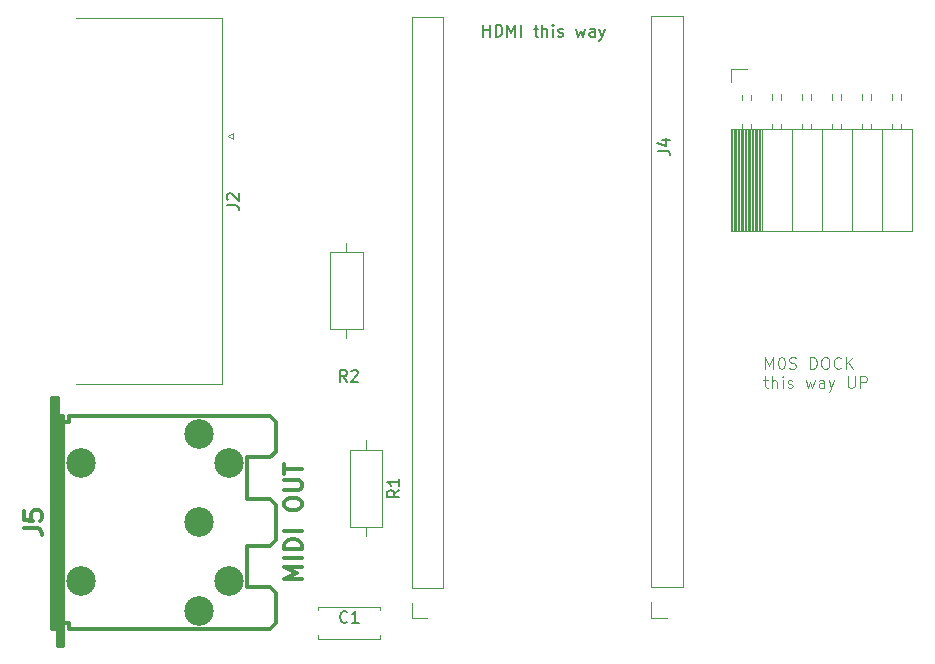
<source format=gbr>
%TF.GenerationSoftware,KiCad,Pcbnew,9.0.2*%
%TF.CreationDate,2025-12-11T17:12:11+00:00*%
%TF.ProjectId,nanoshield,6e616e6f-7368-4696-956c-642e6b696361,rev?*%
%TF.SameCoordinates,Original*%
%TF.FileFunction,Legend,Top*%
%TF.FilePolarity,Positive*%
%FSLAX46Y46*%
G04 Gerber Fmt 4.6, Leading zero omitted, Abs format (unit mm)*
G04 Created by KiCad (PCBNEW 9.0.2) date 2025-12-11 17:12:11*
%MOMM*%
%LPD*%
G01*
G04 APERTURE LIST*
%ADD10C,0.100000*%
%ADD11C,0.150000*%
%ADD12C,0.304800*%
%ADD13C,0.120000*%
%ADD14C,2.499360*%
G04 APERTURE END LIST*
D10*
X151153884Y-61462475D02*
X151153884Y-60462475D01*
X151153884Y-60462475D02*
X151487217Y-61176760D01*
X151487217Y-61176760D02*
X151820550Y-60462475D01*
X151820550Y-60462475D02*
X151820550Y-61462475D01*
X152487217Y-60462475D02*
X152582455Y-60462475D01*
X152582455Y-60462475D02*
X152677693Y-60510094D01*
X152677693Y-60510094D02*
X152725312Y-60557713D01*
X152725312Y-60557713D02*
X152772931Y-60652951D01*
X152772931Y-60652951D02*
X152820550Y-60843427D01*
X152820550Y-60843427D02*
X152820550Y-61081522D01*
X152820550Y-61081522D02*
X152772931Y-61271998D01*
X152772931Y-61271998D02*
X152725312Y-61367236D01*
X152725312Y-61367236D02*
X152677693Y-61414856D01*
X152677693Y-61414856D02*
X152582455Y-61462475D01*
X152582455Y-61462475D02*
X152487217Y-61462475D01*
X152487217Y-61462475D02*
X152391979Y-61414856D01*
X152391979Y-61414856D02*
X152344360Y-61367236D01*
X152344360Y-61367236D02*
X152296741Y-61271998D01*
X152296741Y-61271998D02*
X152249122Y-61081522D01*
X152249122Y-61081522D02*
X152249122Y-60843427D01*
X152249122Y-60843427D02*
X152296741Y-60652951D01*
X152296741Y-60652951D02*
X152344360Y-60557713D01*
X152344360Y-60557713D02*
X152391979Y-60510094D01*
X152391979Y-60510094D02*
X152487217Y-60462475D01*
X153201503Y-61414856D02*
X153344360Y-61462475D01*
X153344360Y-61462475D02*
X153582455Y-61462475D01*
X153582455Y-61462475D02*
X153677693Y-61414856D01*
X153677693Y-61414856D02*
X153725312Y-61367236D01*
X153725312Y-61367236D02*
X153772931Y-61271998D01*
X153772931Y-61271998D02*
X153772931Y-61176760D01*
X153772931Y-61176760D02*
X153725312Y-61081522D01*
X153725312Y-61081522D02*
X153677693Y-61033903D01*
X153677693Y-61033903D02*
X153582455Y-60986284D01*
X153582455Y-60986284D02*
X153391979Y-60938665D01*
X153391979Y-60938665D02*
X153296741Y-60891046D01*
X153296741Y-60891046D02*
X153249122Y-60843427D01*
X153249122Y-60843427D02*
X153201503Y-60748189D01*
X153201503Y-60748189D02*
X153201503Y-60652951D01*
X153201503Y-60652951D02*
X153249122Y-60557713D01*
X153249122Y-60557713D02*
X153296741Y-60510094D01*
X153296741Y-60510094D02*
X153391979Y-60462475D01*
X153391979Y-60462475D02*
X153630074Y-60462475D01*
X153630074Y-60462475D02*
X153772931Y-60510094D01*
X154963408Y-61462475D02*
X154963408Y-60462475D01*
X154963408Y-60462475D02*
X155201503Y-60462475D01*
X155201503Y-60462475D02*
X155344360Y-60510094D01*
X155344360Y-60510094D02*
X155439598Y-60605332D01*
X155439598Y-60605332D02*
X155487217Y-60700570D01*
X155487217Y-60700570D02*
X155534836Y-60891046D01*
X155534836Y-60891046D02*
X155534836Y-61033903D01*
X155534836Y-61033903D02*
X155487217Y-61224379D01*
X155487217Y-61224379D02*
X155439598Y-61319617D01*
X155439598Y-61319617D02*
X155344360Y-61414856D01*
X155344360Y-61414856D02*
X155201503Y-61462475D01*
X155201503Y-61462475D02*
X154963408Y-61462475D01*
X156153884Y-60462475D02*
X156344360Y-60462475D01*
X156344360Y-60462475D02*
X156439598Y-60510094D01*
X156439598Y-60510094D02*
X156534836Y-60605332D01*
X156534836Y-60605332D02*
X156582455Y-60795808D01*
X156582455Y-60795808D02*
X156582455Y-61129141D01*
X156582455Y-61129141D02*
X156534836Y-61319617D01*
X156534836Y-61319617D02*
X156439598Y-61414856D01*
X156439598Y-61414856D02*
X156344360Y-61462475D01*
X156344360Y-61462475D02*
X156153884Y-61462475D01*
X156153884Y-61462475D02*
X156058646Y-61414856D01*
X156058646Y-61414856D02*
X155963408Y-61319617D01*
X155963408Y-61319617D02*
X155915789Y-61129141D01*
X155915789Y-61129141D02*
X155915789Y-60795808D01*
X155915789Y-60795808D02*
X155963408Y-60605332D01*
X155963408Y-60605332D02*
X156058646Y-60510094D01*
X156058646Y-60510094D02*
X156153884Y-60462475D01*
X157582455Y-61367236D02*
X157534836Y-61414856D01*
X157534836Y-61414856D02*
X157391979Y-61462475D01*
X157391979Y-61462475D02*
X157296741Y-61462475D01*
X157296741Y-61462475D02*
X157153884Y-61414856D01*
X157153884Y-61414856D02*
X157058646Y-61319617D01*
X157058646Y-61319617D02*
X157011027Y-61224379D01*
X157011027Y-61224379D02*
X156963408Y-61033903D01*
X156963408Y-61033903D02*
X156963408Y-60891046D01*
X156963408Y-60891046D02*
X157011027Y-60700570D01*
X157011027Y-60700570D02*
X157058646Y-60605332D01*
X157058646Y-60605332D02*
X157153884Y-60510094D01*
X157153884Y-60510094D02*
X157296741Y-60462475D01*
X157296741Y-60462475D02*
X157391979Y-60462475D01*
X157391979Y-60462475D02*
X157534836Y-60510094D01*
X157534836Y-60510094D02*
X157582455Y-60557713D01*
X158011027Y-61462475D02*
X158011027Y-60462475D01*
X158582455Y-61462475D02*
X158153884Y-60891046D01*
X158582455Y-60462475D02*
X158011027Y-61033903D01*
X151011027Y-62405752D02*
X151391979Y-62405752D01*
X151153884Y-62072419D02*
X151153884Y-62929561D01*
X151153884Y-62929561D02*
X151201503Y-63024800D01*
X151201503Y-63024800D02*
X151296741Y-63072419D01*
X151296741Y-63072419D02*
X151391979Y-63072419D01*
X151725313Y-63072419D02*
X151725313Y-62072419D01*
X152153884Y-63072419D02*
X152153884Y-62548609D01*
X152153884Y-62548609D02*
X152106265Y-62453371D01*
X152106265Y-62453371D02*
X152011027Y-62405752D01*
X152011027Y-62405752D02*
X151868170Y-62405752D01*
X151868170Y-62405752D02*
X151772932Y-62453371D01*
X151772932Y-62453371D02*
X151725313Y-62500990D01*
X152630075Y-63072419D02*
X152630075Y-62405752D01*
X152630075Y-62072419D02*
X152582456Y-62120038D01*
X152582456Y-62120038D02*
X152630075Y-62167657D01*
X152630075Y-62167657D02*
X152677694Y-62120038D01*
X152677694Y-62120038D02*
X152630075Y-62072419D01*
X152630075Y-62072419D02*
X152630075Y-62167657D01*
X153058646Y-63024800D02*
X153153884Y-63072419D01*
X153153884Y-63072419D02*
X153344360Y-63072419D01*
X153344360Y-63072419D02*
X153439598Y-63024800D01*
X153439598Y-63024800D02*
X153487217Y-62929561D01*
X153487217Y-62929561D02*
X153487217Y-62881942D01*
X153487217Y-62881942D02*
X153439598Y-62786704D01*
X153439598Y-62786704D02*
X153344360Y-62739085D01*
X153344360Y-62739085D02*
X153201503Y-62739085D01*
X153201503Y-62739085D02*
X153106265Y-62691466D01*
X153106265Y-62691466D02*
X153058646Y-62596228D01*
X153058646Y-62596228D02*
X153058646Y-62548609D01*
X153058646Y-62548609D02*
X153106265Y-62453371D01*
X153106265Y-62453371D02*
X153201503Y-62405752D01*
X153201503Y-62405752D02*
X153344360Y-62405752D01*
X153344360Y-62405752D02*
X153439598Y-62453371D01*
X154582456Y-62405752D02*
X154772932Y-63072419D01*
X154772932Y-63072419D02*
X154963408Y-62596228D01*
X154963408Y-62596228D02*
X155153884Y-63072419D01*
X155153884Y-63072419D02*
X155344360Y-62405752D01*
X156153884Y-63072419D02*
X156153884Y-62548609D01*
X156153884Y-62548609D02*
X156106265Y-62453371D01*
X156106265Y-62453371D02*
X156011027Y-62405752D01*
X156011027Y-62405752D02*
X155820551Y-62405752D01*
X155820551Y-62405752D02*
X155725313Y-62453371D01*
X156153884Y-63024800D02*
X156058646Y-63072419D01*
X156058646Y-63072419D02*
X155820551Y-63072419D01*
X155820551Y-63072419D02*
X155725313Y-63024800D01*
X155725313Y-63024800D02*
X155677694Y-62929561D01*
X155677694Y-62929561D02*
X155677694Y-62834323D01*
X155677694Y-62834323D02*
X155725313Y-62739085D01*
X155725313Y-62739085D02*
X155820551Y-62691466D01*
X155820551Y-62691466D02*
X156058646Y-62691466D01*
X156058646Y-62691466D02*
X156153884Y-62643847D01*
X156534837Y-62405752D02*
X156772932Y-63072419D01*
X157011027Y-62405752D02*
X156772932Y-63072419D01*
X156772932Y-63072419D02*
X156677694Y-63310514D01*
X156677694Y-63310514D02*
X156630075Y-63358133D01*
X156630075Y-63358133D02*
X156534837Y-63405752D01*
X158153885Y-62072419D02*
X158153885Y-62881942D01*
X158153885Y-62881942D02*
X158201504Y-62977180D01*
X158201504Y-62977180D02*
X158249123Y-63024800D01*
X158249123Y-63024800D02*
X158344361Y-63072419D01*
X158344361Y-63072419D02*
X158534837Y-63072419D01*
X158534837Y-63072419D02*
X158630075Y-63024800D01*
X158630075Y-63024800D02*
X158677694Y-62977180D01*
X158677694Y-62977180D02*
X158725313Y-62881942D01*
X158725313Y-62881942D02*
X158725313Y-62072419D01*
X159201504Y-63072419D02*
X159201504Y-62072419D01*
X159201504Y-62072419D02*
X159582456Y-62072419D01*
X159582456Y-62072419D02*
X159677694Y-62120038D01*
X159677694Y-62120038D02*
X159725313Y-62167657D01*
X159725313Y-62167657D02*
X159772932Y-62262895D01*
X159772932Y-62262895D02*
X159772932Y-62405752D01*
X159772932Y-62405752D02*
X159725313Y-62500990D01*
X159725313Y-62500990D02*
X159677694Y-62548609D01*
X159677694Y-62548609D02*
X159582456Y-62596228D01*
X159582456Y-62596228D02*
X159201504Y-62596228D01*
D11*
X127286779Y-33319819D02*
X127286779Y-32319819D01*
X127286779Y-32796009D02*
X127858207Y-32796009D01*
X127858207Y-33319819D02*
X127858207Y-32319819D01*
X128334398Y-33319819D02*
X128334398Y-32319819D01*
X128334398Y-32319819D02*
X128572493Y-32319819D01*
X128572493Y-32319819D02*
X128715350Y-32367438D01*
X128715350Y-32367438D02*
X128810588Y-32462676D01*
X128810588Y-32462676D02*
X128858207Y-32557914D01*
X128858207Y-32557914D02*
X128905826Y-32748390D01*
X128905826Y-32748390D02*
X128905826Y-32891247D01*
X128905826Y-32891247D02*
X128858207Y-33081723D01*
X128858207Y-33081723D02*
X128810588Y-33176961D01*
X128810588Y-33176961D02*
X128715350Y-33272200D01*
X128715350Y-33272200D02*
X128572493Y-33319819D01*
X128572493Y-33319819D02*
X128334398Y-33319819D01*
X129334398Y-33319819D02*
X129334398Y-32319819D01*
X129334398Y-32319819D02*
X129667731Y-33034104D01*
X129667731Y-33034104D02*
X130001064Y-32319819D01*
X130001064Y-32319819D02*
X130001064Y-33319819D01*
X130477255Y-33319819D02*
X130477255Y-32319819D01*
X131572493Y-32653152D02*
X131953445Y-32653152D01*
X131715350Y-32319819D02*
X131715350Y-33176961D01*
X131715350Y-33176961D02*
X131762969Y-33272200D01*
X131762969Y-33272200D02*
X131858207Y-33319819D01*
X131858207Y-33319819D02*
X131953445Y-33319819D01*
X132286779Y-33319819D02*
X132286779Y-32319819D01*
X132715350Y-33319819D02*
X132715350Y-32796009D01*
X132715350Y-32796009D02*
X132667731Y-32700771D01*
X132667731Y-32700771D02*
X132572493Y-32653152D01*
X132572493Y-32653152D02*
X132429636Y-32653152D01*
X132429636Y-32653152D02*
X132334398Y-32700771D01*
X132334398Y-32700771D02*
X132286779Y-32748390D01*
X133191541Y-33319819D02*
X133191541Y-32653152D01*
X133191541Y-32319819D02*
X133143922Y-32367438D01*
X133143922Y-32367438D02*
X133191541Y-32415057D01*
X133191541Y-32415057D02*
X133239160Y-32367438D01*
X133239160Y-32367438D02*
X133191541Y-32319819D01*
X133191541Y-32319819D02*
X133191541Y-32415057D01*
X133620112Y-33272200D02*
X133715350Y-33319819D01*
X133715350Y-33319819D02*
X133905826Y-33319819D01*
X133905826Y-33319819D02*
X134001064Y-33272200D01*
X134001064Y-33272200D02*
X134048683Y-33176961D01*
X134048683Y-33176961D02*
X134048683Y-33129342D01*
X134048683Y-33129342D02*
X134001064Y-33034104D01*
X134001064Y-33034104D02*
X133905826Y-32986485D01*
X133905826Y-32986485D02*
X133762969Y-32986485D01*
X133762969Y-32986485D02*
X133667731Y-32938866D01*
X133667731Y-32938866D02*
X133620112Y-32843628D01*
X133620112Y-32843628D02*
X133620112Y-32796009D01*
X133620112Y-32796009D02*
X133667731Y-32700771D01*
X133667731Y-32700771D02*
X133762969Y-32653152D01*
X133762969Y-32653152D02*
X133905826Y-32653152D01*
X133905826Y-32653152D02*
X134001064Y-32700771D01*
X135143922Y-32653152D02*
X135334398Y-33319819D01*
X135334398Y-33319819D02*
X135524874Y-32843628D01*
X135524874Y-32843628D02*
X135715350Y-33319819D01*
X135715350Y-33319819D02*
X135905826Y-32653152D01*
X136715350Y-33319819D02*
X136715350Y-32796009D01*
X136715350Y-32796009D02*
X136667731Y-32700771D01*
X136667731Y-32700771D02*
X136572493Y-32653152D01*
X136572493Y-32653152D02*
X136382017Y-32653152D01*
X136382017Y-32653152D02*
X136286779Y-32700771D01*
X136715350Y-33272200D02*
X136620112Y-33319819D01*
X136620112Y-33319819D02*
X136382017Y-33319819D01*
X136382017Y-33319819D02*
X136286779Y-33272200D01*
X136286779Y-33272200D02*
X136239160Y-33176961D01*
X136239160Y-33176961D02*
X136239160Y-33081723D01*
X136239160Y-33081723D02*
X136286779Y-32986485D01*
X136286779Y-32986485D02*
X136382017Y-32938866D01*
X136382017Y-32938866D02*
X136620112Y-32938866D01*
X136620112Y-32938866D02*
X136715350Y-32891247D01*
X137096303Y-32653152D02*
X137334398Y-33319819D01*
X137572493Y-32653152D02*
X137334398Y-33319819D01*
X137334398Y-33319819D02*
X137239160Y-33557914D01*
X137239160Y-33557914D02*
X137191541Y-33605533D01*
X137191541Y-33605533D02*
X137096303Y-33653152D01*
X105574819Y-47583333D02*
X106289104Y-47583333D01*
X106289104Y-47583333D02*
X106431961Y-47630952D01*
X106431961Y-47630952D02*
X106527200Y-47726190D01*
X106527200Y-47726190D02*
X106574819Y-47869047D01*
X106574819Y-47869047D02*
X106574819Y-47964285D01*
X105670057Y-47154761D02*
X105622438Y-47107142D01*
X105622438Y-47107142D02*
X105574819Y-47011904D01*
X105574819Y-47011904D02*
X105574819Y-46773809D01*
X105574819Y-46773809D02*
X105622438Y-46678571D01*
X105622438Y-46678571D02*
X105670057Y-46630952D01*
X105670057Y-46630952D02*
X105765295Y-46583333D01*
X105765295Y-46583333D02*
X105860533Y-46583333D01*
X105860533Y-46583333D02*
X106003390Y-46630952D01*
X106003390Y-46630952D02*
X106574819Y-47202380D01*
X106574819Y-47202380D02*
X106574819Y-46583333D01*
X115783333Y-82859580D02*
X115735714Y-82907200D01*
X115735714Y-82907200D02*
X115592857Y-82954819D01*
X115592857Y-82954819D02*
X115497619Y-82954819D01*
X115497619Y-82954819D02*
X115354762Y-82907200D01*
X115354762Y-82907200D02*
X115259524Y-82811961D01*
X115259524Y-82811961D02*
X115211905Y-82716723D01*
X115211905Y-82716723D02*
X115164286Y-82526247D01*
X115164286Y-82526247D02*
X115164286Y-82383390D01*
X115164286Y-82383390D02*
X115211905Y-82192914D01*
X115211905Y-82192914D02*
X115259524Y-82097676D01*
X115259524Y-82097676D02*
X115354762Y-82002438D01*
X115354762Y-82002438D02*
X115497619Y-81954819D01*
X115497619Y-81954819D02*
X115592857Y-81954819D01*
X115592857Y-81954819D02*
X115735714Y-82002438D01*
X115735714Y-82002438D02*
X115783333Y-82050057D01*
X116735714Y-82954819D02*
X116164286Y-82954819D01*
X116450000Y-82954819D02*
X116450000Y-81954819D01*
X116450000Y-81954819D02*
X116354762Y-82097676D01*
X116354762Y-82097676D02*
X116259524Y-82192914D01*
X116259524Y-82192914D02*
X116164286Y-82240533D01*
X120174819Y-71716666D02*
X119698628Y-72049999D01*
X120174819Y-72288094D02*
X119174819Y-72288094D01*
X119174819Y-72288094D02*
X119174819Y-71907142D01*
X119174819Y-71907142D02*
X119222438Y-71811904D01*
X119222438Y-71811904D02*
X119270057Y-71764285D01*
X119270057Y-71764285D02*
X119365295Y-71716666D01*
X119365295Y-71716666D02*
X119508152Y-71716666D01*
X119508152Y-71716666D02*
X119603390Y-71764285D01*
X119603390Y-71764285D02*
X119651009Y-71811904D01*
X119651009Y-71811904D02*
X119698628Y-71907142D01*
X119698628Y-71907142D02*
X119698628Y-72288094D01*
X120174819Y-70764285D02*
X120174819Y-71335713D01*
X120174819Y-71049999D02*
X119174819Y-71049999D01*
X119174819Y-71049999D02*
X119317676Y-71145237D01*
X119317676Y-71145237D02*
X119412914Y-71240475D01*
X119412914Y-71240475D02*
X119460533Y-71335713D01*
D12*
X88412141Y-74956700D02*
X89500712Y-74956700D01*
X89500712Y-74956700D02*
X89718427Y-75029271D01*
X89718427Y-75029271D02*
X89863570Y-75174414D01*
X89863570Y-75174414D02*
X89936141Y-75392128D01*
X89936141Y-75392128D02*
X89936141Y-75537271D01*
X88412141Y-73505271D02*
X88412141Y-74230985D01*
X88412141Y-74230985D02*
X89137855Y-74303557D01*
X89137855Y-74303557D02*
X89065284Y-74230985D01*
X89065284Y-74230985D02*
X88992712Y-74085843D01*
X88992712Y-74085843D02*
X88992712Y-73722985D01*
X88992712Y-73722985D02*
X89065284Y-73577843D01*
X89065284Y-73577843D02*
X89137855Y-73505271D01*
X89137855Y-73505271D02*
X89282998Y-73432700D01*
X89282998Y-73432700D02*
X89645855Y-73432700D01*
X89645855Y-73432700D02*
X89790998Y-73505271D01*
X89790998Y-73505271D02*
X89863570Y-73577843D01*
X89863570Y-73577843D02*
X89936141Y-73722985D01*
X89936141Y-73722985D02*
X89936141Y-74085843D01*
X89936141Y-74085843D02*
X89863570Y-74230985D01*
X89863570Y-74230985D02*
X89790998Y-74303557D01*
X111937621Y-79202127D02*
X110413621Y-79202127D01*
X110413621Y-79202127D02*
X111502192Y-78694127D01*
X111502192Y-78694127D02*
X110413621Y-78186127D01*
X110413621Y-78186127D02*
X111937621Y-78186127D01*
X111937621Y-77460413D02*
X110413621Y-77460413D01*
X111937621Y-76734699D02*
X110413621Y-76734699D01*
X110413621Y-76734699D02*
X110413621Y-76371842D01*
X110413621Y-76371842D02*
X110486192Y-76154128D01*
X110486192Y-76154128D02*
X110631335Y-76008985D01*
X110631335Y-76008985D02*
X110776478Y-75936414D01*
X110776478Y-75936414D02*
X111066764Y-75863842D01*
X111066764Y-75863842D02*
X111284478Y-75863842D01*
X111284478Y-75863842D02*
X111574764Y-75936414D01*
X111574764Y-75936414D02*
X111719907Y-76008985D01*
X111719907Y-76008985D02*
X111865050Y-76154128D01*
X111865050Y-76154128D02*
X111937621Y-76371842D01*
X111937621Y-76371842D02*
X111937621Y-76734699D01*
X111937621Y-75210699D02*
X110413621Y-75210699D01*
X110413621Y-73033557D02*
X110413621Y-72743271D01*
X110413621Y-72743271D02*
X110486192Y-72598128D01*
X110486192Y-72598128D02*
X110631335Y-72452985D01*
X110631335Y-72452985D02*
X110921621Y-72380414D01*
X110921621Y-72380414D02*
X111429621Y-72380414D01*
X111429621Y-72380414D02*
X111719907Y-72452985D01*
X111719907Y-72452985D02*
X111865050Y-72598128D01*
X111865050Y-72598128D02*
X111937621Y-72743271D01*
X111937621Y-72743271D02*
X111937621Y-73033557D01*
X111937621Y-73033557D02*
X111865050Y-73178700D01*
X111865050Y-73178700D02*
X111719907Y-73323842D01*
X111719907Y-73323842D02*
X111429621Y-73396414D01*
X111429621Y-73396414D02*
X110921621Y-73396414D01*
X110921621Y-73396414D02*
X110631335Y-73323842D01*
X110631335Y-73323842D02*
X110486192Y-73178700D01*
X110486192Y-73178700D02*
X110413621Y-73033557D01*
X110413621Y-71727271D02*
X111647335Y-71727271D01*
X111647335Y-71727271D02*
X111792478Y-71654700D01*
X111792478Y-71654700D02*
X111865050Y-71582129D01*
X111865050Y-71582129D02*
X111937621Y-71436986D01*
X111937621Y-71436986D02*
X111937621Y-71146700D01*
X111937621Y-71146700D02*
X111865050Y-71001557D01*
X111865050Y-71001557D02*
X111792478Y-70928986D01*
X111792478Y-70928986D02*
X111647335Y-70856414D01*
X111647335Y-70856414D02*
X110413621Y-70856414D01*
X110413621Y-70348415D02*
X110413621Y-69477558D01*
X111937621Y-69912986D02*
X110413621Y-69912986D01*
D11*
X115733333Y-62554819D02*
X115400000Y-62078628D01*
X115161905Y-62554819D02*
X115161905Y-61554819D01*
X115161905Y-61554819D02*
X115542857Y-61554819D01*
X115542857Y-61554819D02*
X115638095Y-61602438D01*
X115638095Y-61602438D02*
X115685714Y-61650057D01*
X115685714Y-61650057D02*
X115733333Y-61745295D01*
X115733333Y-61745295D02*
X115733333Y-61888152D01*
X115733333Y-61888152D02*
X115685714Y-61983390D01*
X115685714Y-61983390D02*
X115638095Y-62031009D01*
X115638095Y-62031009D02*
X115542857Y-62078628D01*
X115542857Y-62078628D02*
X115161905Y-62078628D01*
X116114286Y-61650057D02*
X116161905Y-61602438D01*
X116161905Y-61602438D02*
X116257143Y-61554819D01*
X116257143Y-61554819D02*
X116495238Y-61554819D01*
X116495238Y-61554819D02*
X116590476Y-61602438D01*
X116590476Y-61602438D02*
X116638095Y-61650057D01*
X116638095Y-61650057D02*
X116685714Y-61745295D01*
X116685714Y-61745295D02*
X116685714Y-61840533D01*
X116685714Y-61840533D02*
X116638095Y-61983390D01*
X116638095Y-61983390D02*
X116066667Y-62554819D01*
X116066667Y-62554819D02*
X116685714Y-62554819D01*
X142084819Y-42983333D02*
X142799104Y-42983333D01*
X142799104Y-42983333D02*
X142941961Y-43030952D01*
X142941961Y-43030952D02*
X143037200Y-43126190D01*
X143037200Y-43126190D02*
X143084819Y-43269047D01*
X143084819Y-43269047D02*
X143084819Y-43364285D01*
X142418152Y-42078571D02*
X143084819Y-42078571D01*
X142037200Y-42316666D02*
X142751485Y-42554761D01*
X142751485Y-42554761D02*
X142751485Y-41935714D01*
D13*
%TO.C,J3*%
X121220000Y-79970000D02*
X121220000Y-31650000D01*
X121220000Y-82570000D02*
X121220000Y-81240000D01*
X122550000Y-82570000D02*
X121220000Y-82570000D01*
X123880000Y-31650000D02*
X121220000Y-31650000D01*
X123880000Y-79970000D02*
X121220000Y-79970000D01*
X123880000Y-79970000D02*
X123880000Y-31650000D01*
%TO.C,J1*%
X141520000Y-79930000D02*
X141520000Y-31610000D01*
X141520000Y-82530000D02*
X141520000Y-81200000D01*
X142850000Y-82530000D02*
X141520000Y-82530000D01*
X144180000Y-31610000D02*
X141520000Y-31610000D01*
X144180000Y-79930000D02*
X141520000Y-79930000D01*
X144180000Y-79930000D02*
X144180000Y-31610000D01*
%TO.C,J2*%
X92840000Y-31765000D02*
X105180000Y-31765000D01*
X105180000Y-31765000D02*
X105180000Y-62735000D01*
X105180000Y-62735000D02*
X92840000Y-62735000D01*
X105641325Y-41710000D02*
X106074338Y-41460000D01*
X106074338Y-41460000D02*
X106074338Y-41960000D01*
X106074338Y-41960000D02*
X105641325Y-41710000D01*
%TO.C,C1*%
X113280000Y-81895000D02*
X113280000Y-81580000D01*
X113280000Y-84320000D02*
X113280000Y-84005000D01*
X118520000Y-81580000D02*
X113280000Y-81580000D01*
X118520000Y-81895000D02*
X118520000Y-81580000D01*
X118520000Y-84320000D02*
X113280000Y-84320000D01*
X118520000Y-84320000D02*
X118520000Y-84005000D01*
%TO.C,R1*%
X115980000Y-68280000D02*
X115980000Y-74820000D01*
X115980000Y-74820000D02*
X118720000Y-74820000D01*
X117350000Y-67510000D02*
X117350000Y-68280000D01*
X117350000Y-75590000D02*
X117350000Y-74820000D01*
X118720000Y-68280000D02*
X115980000Y-68280000D01*
X118720000Y-74820000D02*
X118720000Y-68280000D01*
D12*
%TO.C,J5*%
X90748100Y-63948340D02*
X91248480Y-63948340D01*
X90748100Y-83447920D02*
X90748100Y-63948340D01*
X90997020Y-63948340D02*
X90997020Y-83447920D01*
X91248480Y-63948340D02*
X91248480Y-65449480D01*
X91248480Y-65449480D02*
X91748860Y-65449480D01*
X91248480Y-83447920D02*
X90748100Y-83447920D01*
X91248480Y-83447920D02*
X91248480Y-65449480D01*
X91248480Y-84949060D02*
X91248480Y-83447920D01*
X91497400Y-65449480D02*
X91497400Y-84949060D01*
X91748860Y-65449480D02*
X91748860Y-84949060D01*
X91748860Y-82947540D02*
X92246700Y-82947540D01*
X91748860Y-84949060D02*
X91248480Y-84949060D01*
X92246700Y-65449480D02*
X92246700Y-65949860D01*
X92246700Y-65949860D02*
X91748860Y-65949860D01*
X92246700Y-83447920D02*
X92246700Y-82947540D01*
X107247940Y-68949600D02*
X107247940Y-72449720D01*
X107247940Y-79947800D02*
X107247940Y-76447680D01*
X109246920Y-65449480D02*
X92246700Y-65449480D01*
X109246920Y-65449480D02*
X109747300Y-65949860D01*
X109246920Y-68949600D02*
X107247940Y-68949600D01*
X109246920Y-72449720D02*
X107247940Y-72449720D01*
X109246920Y-76447680D02*
X107247940Y-76447680D01*
X109246920Y-79947800D02*
X107247940Y-79947800D01*
X109246920Y-83447920D02*
X92246700Y-83447920D01*
X109246920Y-83447920D02*
X109747300Y-82947540D01*
X109747300Y-65949860D02*
X109747300Y-68449220D01*
X109747300Y-68449220D02*
X109246920Y-68949600D01*
X109747300Y-72947560D02*
X109246920Y-72449720D01*
X109747300Y-72947560D02*
X109747300Y-75949840D01*
X109747300Y-75949840D02*
X109246920Y-76447680D01*
X109747300Y-80448180D02*
X109246920Y-79947800D01*
X109747300Y-80948560D02*
X109747300Y-80448180D01*
X109747300Y-82947540D02*
X109747300Y-80948560D01*
D13*
%TO.C,R2*%
X114330000Y-51530000D02*
X114330000Y-58070000D01*
X114330000Y-58070000D02*
X117070000Y-58070000D01*
X115700000Y-50760000D02*
X115700000Y-51530000D01*
X115700000Y-58840000D02*
X115700000Y-58070000D01*
X117070000Y-51530000D02*
X114330000Y-51530000D01*
X117070000Y-58070000D02*
X117070000Y-51530000D01*
%TO.C,J4*%
X148250000Y-36050000D02*
X149580000Y-36050000D01*
X148250000Y-37160000D02*
X148250000Y-36050000D01*
X148250000Y-41160000D02*
X163610000Y-41160000D01*
X148250000Y-49790000D02*
X148250000Y-41160000D01*
X148250000Y-49790000D02*
X163610000Y-49790000D01*
X148370000Y-49790000D02*
X148370000Y-41160000D01*
X148488095Y-49790000D02*
X148488095Y-41160000D01*
X148606190Y-49790000D02*
X148606190Y-41160000D01*
X148724285Y-49790000D02*
X148724285Y-41160000D01*
X148842380Y-49790000D02*
X148842380Y-41160000D01*
X148960475Y-49790000D02*
X148960475Y-41160000D01*
X149078570Y-49790000D02*
X149078570Y-41160000D01*
X149196665Y-49790000D02*
X149196665Y-41160000D01*
X149220000Y-38650000D02*
X149220000Y-38270000D01*
X149220000Y-41160000D02*
X149220000Y-40750000D01*
X149314760Y-49790000D02*
X149314760Y-41160000D01*
X149432855Y-49790000D02*
X149432855Y-41160000D01*
X149550950Y-49790000D02*
X149550950Y-41160000D01*
X149669045Y-49790000D02*
X149669045Y-41160000D01*
X149787140Y-49790000D02*
X149787140Y-41160000D01*
X149905235Y-49790000D02*
X149905235Y-41160000D01*
X149940000Y-38650000D02*
X149940000Y-38270000D01*
X149940000Y-41160000D02*
X149940000Y-40750000D01*
X150023330Y-49790000D02*
X150023330Y-41160000D01*
X150141425Y-49790000D02*
X150141425Y-41160000D01*
X150259520Y-49790000D02*
X150259520Y-41160000D01*
X150377615Y-49790000D02*
X150377615Y-41160000D01*
X150495710Y-49790000D02*
X150495710Y-41160000D01*
X150613805Y-49790000D02*
X150613805Y-41160000D01*
X150731900Y-49790000D02*
X150731900Y-41160000D01*
X150850000Y-49790000D02*
X150850000Y-41160000D01*
X151760000Y-38650000D02*
X151760000Y-38210000D01*
X151760000Y-41160000D02*
X151760000Y-40750000D01*
X152480000Y-38650000D02*
X152480000Y-38210000D01*
X152480000Y-41160000D02*
X152480000Y-40750000D01*
X153390000Y-49790000D02*
X153390000Y-41160000D01*
X154300000Y-38650000D02*
X154300000Y-38210000D01*
X154300000Y-41160000D02*
X154300000Y-40750000D01*
X155020000Y-38650000D02*
X155020000Y-38210000D01*
X155020000Y-41160000D02*
X155020000Y-40750000D01*
X155930000Y-49790000D02*
X155930000Y-41160000D01*
X156840000Y-38650000D02*
X156840000Y-38210000D01*
X156840000Y-41160000D02*
X156840000Y-40750000D01*
X157560000Y-38650000D02*
X157560000Y-38210000D01*
X157560000Y-41160000D02*
X157560000Y-40750000D01*
X158470000Y-49790000D02*
X158470000Y-41160000D01*
X159380000Y-38650000D02*
X159380000Y-38210000D01*
X159380000Y-41160000D02*
X159380000Y-40750000D01*
X160100000Y-38650000D02*
X160100000Y-38210000D01*
X160100000Y-41160000D02*
X160100000Y-40750000D01*
X161010000Y-49790000D02*
X161010000Y-41160000D01*
X161920000Y-38650000D02*
X161920000Y-38210000D01*
X161920000Y-41160000D02*
X161920000Y-40750000D01*
X162640000Y-38650000D02*
X162640000Y-38210000D01*
X162640000Y-41160000D02*
X162640000Y-40750000D01*
X163610000Y-49790000D02*
X163610000Y-41160000D01*
%TD*%
D14*
%TO.C,J5*%
X93250000Y-69447440D03*
X93250000Y-79449960D03*
X103244900Y-81946780D03*
X103247440Y-74448700D03*
X103244900Y-66950620D03*
X105746800Y-79444880D03*
X105746800Y-69452520D03*
%TD*%
M02*

</source>
